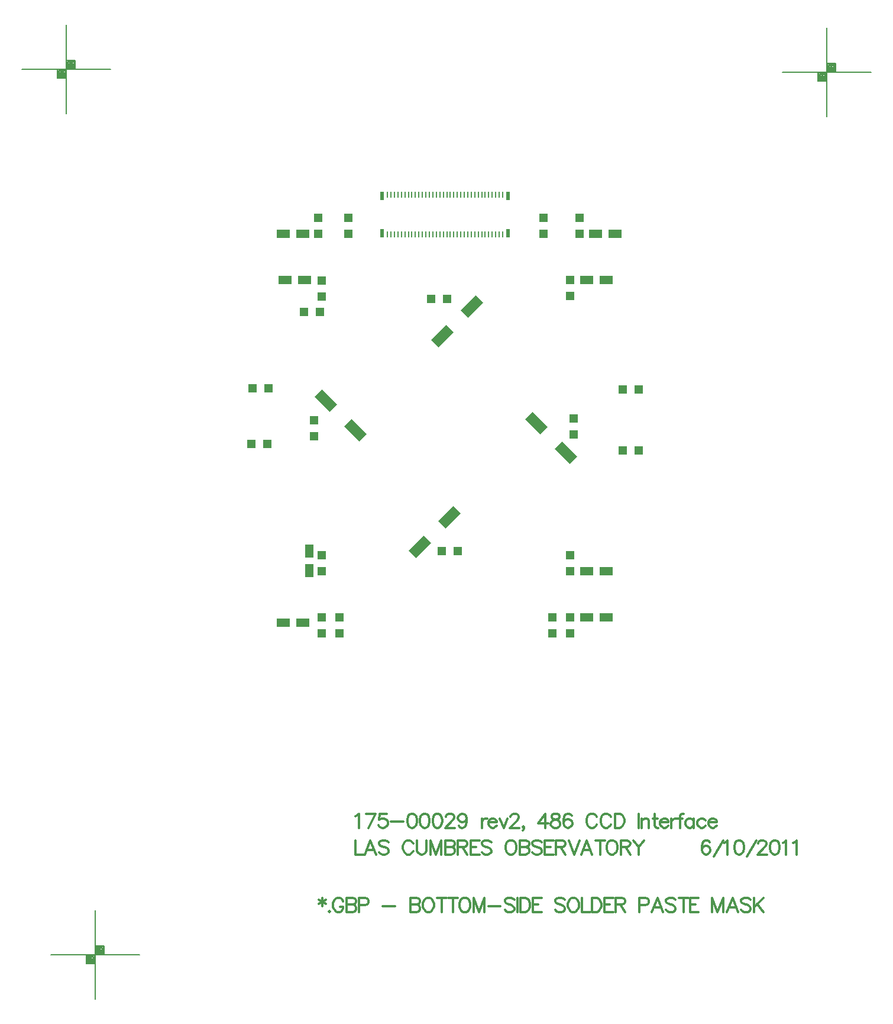
<source format=gbp>
%FSLAX25Y25*%
%MOIN*%
G70*
G01*
G75*
G04 Layer_Color=128*
%ADD10C,0.01000*%
%ADD11C,0.00787*%
%ADD12C,0.00984*%
%ADD13C,0.00800*%
%ADD14C,0.01201*%
%ADD15C,0.01201*%
%ADD16C,0.01200*%
%ADD17P,0.05657X4X202.5*%
%ADD18C,0.04000*%
%ADD19C,0.07000*%
%ADD20R,0.07000X0.07000*%
%ADD21C,0.05512*%
%ADD22C,0.03543*%
%ADD23C,0.03937*%
%ADD24C,0.07087*%
%ADD25C,0.16929*%
%ADD26C,0.04724*%
%ADD27C,0.04807*%
%ADD28C,0.02400*%
%ADD29C,0.02000*%
%ADD30C,0.04000*%
%ADD31C,0.04500*%
%ADD32C,0.09874*%
%ADD33C,0.06000*%
G04:AMPARAMS|DCode=34|XSize=100mil|YSize=100mil|CornerRadius=0mil|HoleSize=0mil|Usage=FLASHONLY|Rotation=0.000|XOffset=0mil|YOffset=0mil|HoleType=Round|Shape=Relief|Width=10mil|Gap=10mil|Entries=4|*
%AMTHD34*
7,0,0,0.10000,0.08000,0.01000,45*
%
%ADD34THD34*%
%ADD35C,0.05347*%
%ADD36C,0.05543*%
%ADD37C,0.05937*%
%ADD38C,0.09087*%
%ADD39C,0.18929*%
%ADD40C,0.06921*%
%ADD41C,0.03000*%
G04:AMPARAMS|DCode=42|XSize=70mil|YSize=70mil|CornerRadius=0mil|HoleSize=0mil|Usage=FLASHONLY|Rotation=0.000|XOffset=0mil|YOffset=0mil|HoleType=Round|Shape=Relief|Width=10mil|Gap=10mil|Entries=4|*
%AMTHD42*
7,0,0,0.07000,0.05000,0.01000,45*
%
%ADD42THD42*%
%ADD43R,0.07800X0.04800*%
%ADD44R,0.05000X0.05000*%
G04:AMPARAMS|DCode=45|XSize=59.06mil|YSize=118.11mil|CornerRadius=0mil|HoleSize=0mil|Usage=FLASHONLY|Rotation=315.000|XOffset=0mil|YOffset=0mil|HoleType=Round|Shape=Rectangle|*
%AMROTATEDRECTD45*
4,1,4,-0.06264,-0.02088,0.02088,0.06264,0.06264,0.02088,-0.02088,-0.06264,-0.06264,-0.02088,0.0*
%
%ADD45ROTATEDRECTD45*%

%ADD46R,0.00984X0.03543*%
%ADD47R,0.02362X0.05118*%
%ADD48R,0.04800X0.07800*%
%ADD49R,0.05000X0.05000*%
G04:AMPARAMS|DCode=50|XSize=59.06mil|YSize=118.11mil|CornerRadius=0mil|HoleSize=0mil|Usage=FLASHONLY|Rotation=225.000|XOffset=0mil|YOffset=0mil|HoleType=Round|Shape=Rectangle|*
%AMROTATEDRECTD50*
4,1,4,-0.02088,0.06264,0.06264,-0.02088,0.02088,-0.06264,-0.06264,0.02088,-0.02088,0.06264,0.0*
%
%ADD50ROTATEDRECTD50*%

%ADD51C,0.03000*%
%ADD52C,0.00500*%
%ADD53C,0.00700*%
D13*
X-100500Y-173800D02*
X-50500D01*
X-75500Y-198800D02*
Y-148800D01*
X-70500Y-173800D02*
Y-168800D01*
X-75500D02*
X-70500D01*
X-80500Y-178800D02*
Y-173800D01*
Y-178800D02*
X-75500D01*
X-80000Y-174300D02*
X-76000D01*
X-80000Y-178300D02*
Y-174300D01*
Y-178300D02*
X-76000D01*
Y-174300D01*
X-79500Y-174800D02*
X-76500D01*
X-79500Y-177800D02*
Y-174800D01*
Y-177800D02*
X-76500D01*
Y-175300D01*
X-79000D02*
X-77000D01*
X-79000Y-177300D02*
Y-175300D01*
Y-177300D02*
X-77000D01*
Y-175800D01*
X-78500D02*
X-77500D01*
X-78500Y-176800D02*
Y-175800D01*
Y-176800D02*
X-77500D01*
Y-175800D01*
X-78500Y-176300D02*
X-77500D01*
X-75000Y-169300D02*
X-71000D01*
X-75000Y-173300D02*
Y-169300D01*
Y-173300D02*
X-71000D01*
Y-169300D01*
X-74500Y-169800D02*
X-71500D01*
X-74500Y-172800D02*
Y-169800D01*
Y-172800D02*
X-71500D01*
Y-170300D01*
X-74000D02*
X-72000D01*
X-74000Y-172300D02*
Y-170300D01*
Y-172300D02*
X-72000D01*
Y-170800D01*
X-73500D02*
X-72500D01*
X-73500Y-171800D02*
Y-170800D01*
Y-171800D02*
X-72500D01*
Y-170800D01*
X-73500Y-171300D02*
X-72500D01*
X-116900Y324700D02*
X-66900D01*
X-91900Y299700D02*
Y349700D01*
X-86900Y324700D02*
Y329700D01*
X-91900D02*
X-86900D01*
X-96900Y319700D02*
Y324700D01*
Y319700D02*
X-91900D01*
X-96400Y324200D02*
X-92400D01*
X-96400Y320200D02*
Y324200D01*
Y320200D02*
X-92400D01*
Y324200D01*
X-95900Y323700D02*
X-92900D01*
X-95900Y320700D02*
Y323700D01*
Y320700D02*
X-92900D01*
Y323200D01*
X-95400D02*
X-93400D01*
X-95400Y321200D02*
Y323200D01*
Y321200D02*
X-93400D01*
Y322700D01*
X-94900D02*
X-93900D01*
X-94900Y321700D02*
Y322700D01*
Y321700D02*
X-93900D01*
Y322700D01*
X-94900Y322200D02*
X-93900D01*
X-91400Y329200D02*
X-87400D01*
X-91400Y325200D02*
Y329200D01*
Y325200D02*
X-87400D01*
Y329200D01*
X-90900Y328700D02*
X-87900D01*
X-90900Y325700D02*
Y328700D01*
Y325700D02*
X-87900D01*
Y328200D01*
X-90400D02*
X-88400D01*
X-90400Y326200D02*
Y328200D01*
Y326200D02*
X-88400D01*
Y327700D01*
X-89900D02*
X-88900D01*
X-89900Y326700D02*
Y327700D01*
Y326700D02*
X-88900D01*
Y327700D01*
X-89900Y327200D02*
X-88900D01*
X311700Y323100D02*
X361700D01*
X336700Y298100D02*
Y348100D01*
X341700Y323100D02*
Y328100D01*
X336700D02*
X341700D01*
X331700Y318100D02*
Y323100D01*
Y318100D02*
X336700D01*
X332200Y322600D02*
X336200D01*
X332200Y318600D02*
Y322600D01*
Y318600D02*
X336200D01*
Y322600D01*
X332700Y322100D02*
X335700D01*
X332700Y319100D02*
Y322100D01*
Y319100D02*
X335700D01*
Y321600D01*
X333200D02*
X335200D01*
X333200Y319600D02*
Y321600D01*
Y319600D02*
X335200D01*
Y321100D01*
X333700D02*
X334700D01*
X333700Y320100D02*
Y321100D01*
Y320100D02*
X334700D01*
Y321100D01*
X333700Y320600D02*
X334700D01*
X337200Y327600D02*
X341200D01*
X337200Y323600D02*
Y327600D01*
Y323600D02*
X341200D01*
Y327600D01*
X337700Y327100D02*
X340700D01*
X337700Y324100D02*
Y327100D01*
Y324100D02*
X340700D01*
Y326600D01*
X338200D02*
X340200D01*
X338200Y324600D02*
Y326600D01*
Y324600D02*
X340200D01*
Y326100D01*
X338700D02*
X339700D01*
X338700Y325100D02*
Y326100D01*
Y325100D02*
X339700D01*
Y326100D01*
X338700Y325600D02*
X339700D01*
D15*
X71020Y-109455D02*
Y-117454D01*
X75590D01*
X82560D02*
X79513Y-109455D01*
X76466Y-117454D01*
X77609Y-114787D02*
X81417D01*
X89758Y-110598D02*
X88997Y-109836D01*
X87854Y-109455D01*
X86331D01*
X85188Y-109836D01*
X84426Y-110598D01*
Y-111360D01*
X84807Y-112121D01*
X85188Y-112502D01*
X85950Y-112883D01*
X88235Y-113645D01*
X88997Y-114026D01*
X89378Y-114407D01*
X89758Y-115168D01*
Y-116311D01*
X88997Y-117073D01*
X87854Y-117454D01*
X86331D01*
X85188Y-117073D01*
X84426Y-116311D01*
X103546Y-111360D02*
X103165Y-110598D01*
X102403Y-109836D01*
X101642Y-109455D01*
X100118D01*
X99356Y-109836D01*
X98595Y-110598D01*
X98214Y-111360D01*
X97833Y-112502D01*
Y-114407D01*
X98214Y-115549D01*
X98595Y-116311D01*
X99356Y-117073D01*
X100118Y-117454D01*
X101642D01*
X102403Y-117073D01*
X103165Y-116311D01*
X103546Y-115549D01*
X105793Y-109455D02*
Y-115168D01*
X106174Y-116311D01*
X106936Y-117073D01*
X108078Y-117454D01*
X108840D01*
X109983Y-117073D01*
X110745Y-116311D01*
X111125Y-115168D01*
Y-109455D01*
X113334D02*
Y-117454D01*
Y-109455D02*
X116381Y-117454D01*
X119428Y-109455D02*
X116381Y-117454D01*
X119428Y-109455D02*
Y-117454D01*
X121714Y-109455D02*
Y-117454D01*
Y-109455D02*
X125141D01*
X126284Y-109836D01*
X126665Y-110217D01*
X127046Y-110979D01*
Y-111741D01*
X126665Y-112502D01*
X126284Y-112883D01*
X125141Y-113264D01*
X121714D02*
X125141D01*
X126284Y-113645D01*
X126665Y-114026D01*
X127046Y-114787D01*
Y-115930D01*
X126665Y-116692D01*
X126284Y-117073D01*
X125141Y-117454D01*
X121714D01*
X128836Y-109455D02*
Y-117454D01*
Y-109455D02*
X132264D01*
X133406Y-109836D01*
X133787Y-110217D01*
X134168Y-110979D01*
Y-111741D01*
X133787Y-112502D01*
X133406Y-112883D01*
X132264Y-113264D01*
X128836D01*
X131502D02*
X134168Y-117454D01*
X140909Y-109455D02*
X135958D01*
Y-117454D01*
X140909D01*
X135958Y-113264D02*
X139005D01*
X147575Y-110598D02*
X146813Y-109836D01*
X145670Y-109455D01*
X144147D01*
X143004Y-109836D01*
X142243Y-110598D01*
Y-111360D01*
X142623Y-112121D01*
X143004Y-112502D01*
X143766Y-112883D01*
X146051Y-113645D01*
X146813Y-114026D01*
X147194Y-114407D01*
X147575Y-115168D01*
Y-116311D01*
X146813Y-117073D01*
X145670Y-117454D01*
X144147D01*
X143004Y-117073D01*
X142243Y-116311D01*
X157934Y-109455D02*
X157173Y-109836D01*
X156411Y-110598D01*
X156030Y-111360D01*
X155649Y-112502D01*
Y-114407D01*
X156030Y-115549D01*
X156411Y-116311D01*
X157173Y-117073D01*
X157934Y-117454D01*
X159458D01*
X160220Y-117073D01*
X160981Y-116311D01*
X161362Y-115549D01*
X161743Y-114407D01*
Y-112502D01*
X161362Y-111360D01*
X160981Y-110598D01*
X160220Y-109836D01*
X159458Y-109455D01*
X157934D01*
X163609D02*
Y-117454D01*
Y-109455D02*
X167037D01*
X168180Y-109836D01*
X168561Y-110217D01*
X168941Y-110979D01*
Y-111741D01*
X168561Y-112502D01*
X168180Y-112883D01*
X167037Y-113264D01*
X163609D02*
X167037D01*
X168180Y-113645D01*
X168561Y-114026D01*
X168941Y-114787D01*
Y-115930D01*
X168561Y-116692D01*
X168180Y-117073D01*
X167037Y-117454D01*
X163609D01*
X176064Y-110598D02*
X175302Y-109836D01*
X174160Y-109455D01*
X172636D01*
X171493Y-109836D01*
X170732Y-110598D01*
Y-111360D01*
X171113Y-112121D01*
X171493Y-112502D01*
X172255Y-112883D01*
X174540Y-113645D01*
X175302Y-114026D01*
X175683Y-114407D01*
X176064Y-115168D01*
Y-116311D01*
X175302Y-117073D01*
X174160Y-117454D01*
X172636D01*
X171493Y-117073D01*
X170732Y-116311D01*
X182805Y-109455D02*
X177854D01*
Y-117454D01*
X182805D01*
X177854Y-113264D02*
X180901D01*
X184138Y-109455D02*
Y-117454D01*
Y-109455D02*
X187566D01*
X188709Y-109836D01*
X189090Y-110217D01*
X189471Y-110979D01*
Y-111741D01*
X189090Y-112502D01*
X188709Y-112883D01*
X187566Y-113264D01*
X184138D01*
X186804D02*
X189471Y-117454D01*
X191261Y-109455D02*
X194307Y-117454D01*
X197354Y-109455D02*
X194307Y-117454D01*
X204477D02*
X201430Y-109455D01*
X198383Y-117454D01*
X199525Y-114787D02*
X203334D01*
X209009Y-109455D02*
Y-117454D01*
X206343Y-109455D02*
X211675D01*
X214913D02*
X214151Y-109836D01*
X213389Y-110598D01*
X213008Y-111360D01*
X212627Y-112502D01*
Y-114407D01*
X213008Y-115549D01*
X213389Y-116311D01*
X214151Y-117073D01*
X214913Y-117454D01*
X216436D01*
X217198Y-117073D01*
X217960Y-116311D01*
X218340Y-115549D01*
X218721Y-114407D01*
Y-112502D01*
X218340Y-111360D01*
X217960Y-110598D01*
X217198Y-109836D01*
X216436Y-109455D01*
X214913D01*
X220588D02*
Y-117454D01*
Y-109455D02*
X224015D01*
X225158Y-109836D01*
X225539Y-110217D01*
X225920Y-110979D01*
Y-111741D01*
X225539Y-112502D01*
X225158Y-112883D01*
X224015Y-113264D01*
X220588D01*
X223254D02*
X225920Y-117454D01*
X227710Y-109455D02*
X230757Y-113264D01*
Y-117454D01*
X233804Y-109455D02*
X230757Y-113264D01*
X270825Y-110598D02*
X270444Y-109836D01*
X269301Y-109455D01*
X268539D01*
X267397Y-109836D01*
X266635Y-110979D01*
X266254Y-112883D01*
Y-114787D01*
X266635Y-116311D01*
X267397Y-117073D01*
X268539Y-117454D01*
X268920D01*
X270063Y-117073D01*
X270825Y-116311D01*
X271205Y-115168D01*
Y-114787D01*
X270825Y-113645D01*
X270063Y-112883D01*
X268920Y-112502D01*
X268539D01*
X267397Y-112883D01*
X266635Y-113645D01*
X266254Y-114787D01*
X272957Y-118596D02*
X278290Y-109455D01*
X278823Y-110979D02*
X279585Y-110598D01*
X280727Y-109455D01*
Y-117454D01*
X286973Y-109455D02*
X285831Y-109836D01*
X285069Y-110979D01*
X284688Y-112883D01*
Y-114026D01*
X285069Y-115930D01*
X285831Y-117073D01*
X286973Y-117454D01*
X287735D01*
X288878Y-117073D01*
X289639Y-115930D01*
X290020Y-114026D01*
Y-112883D01*
X289639Y-110979D01*
X288878Y-109836D01*
X287735Y-109455D01*
X286973D01*
X291810Y-118596D02*
X297143Y-109455D01*
X298057Y-111360D02*
Y-110979D01*
X298438Y-110217D01*
X298818Y-109836D01*
X299580Y-109455D01*
X301104D01*
X301865Y-109836D01*
X302246Y-110217D01*
X302627Y-110979D01*
Y-111741D01*
X302246Y-112502D01*
X301485Y-113645D01*
X297676Y-117454D01*
X303008D01*
X307083Y-109455D02*
X305941Y-109836D01*
X305179Y-110979D01*
X304798Y-112883D01*
Y-114026D01*
X305179Y-115930D01*
X305941Y-117073D01*
X307083Y-117454D01*
X307845D01*
X308988Y-117073D01*
X309750Y-115930D01*
X310130Y-114026D01*
Y-112883D01*
X309750Y-110979D01*
X308988Y-109836D01*
X307845Y-109455D01*
X307083D01*
X311920Y-110979D02*
X312682Y-110598D01*
X313825Y-109455D01*
Y-117454D01*
X317786Y-110979D02*
X318548Y-110598D01*
X319690Y-109455D01*
Y-117454D01*
D16*
X52397Y-141903D02*
Y-146474D01*
X50492Y-143046D02*
X54301Y-145331D01*
Y-143046D02*
X50492Y-145331D01*
X56319Y-149140D02*
X55939Y-149521D01*
X56319Y-149902D01*
X56700Y-149521D01*
X56319Y-149140D01*
X64165Y-143808D02*
X63784Y-143046D01*
X63023Y-142284D01*
X62261Y-141903D01*
X60738D01*
X59976Y-142284D01*
X59214Y-143046D01*
X58833Y-143808D01*
X58452Y-144950D01*
Y-146855D01*
X58833Y-147997D01*
X59214Y-148759D01*
X59976Y-149521D01*
X60738Y-149902D01*
X62261D01*
X63023Y-149521D01*
X63784Y-148759D01*
X64165Y-147997D01*
Y-146855D01*
X62261D02*
X64165D01*
X65994Y-141903D02*
Y-149902D01*
Y-141903D02*
X69421D01*
X70564Y-142284D01*
X70945Y-142665D01*
X71326Y-143427D01*
Y-144188D01*
X70945Y-144950D01*
X70564Y-145331D01*
X69421Y-145712D01*
X65994D02*
X69421D01*
X70564Y-146093D01*
X70945Y-146474D01*
X71326Y-147236D01*
Y-148378D01*
X70945Y-149140D01*
X70564Y-149521D01*
X69421Y-149902D01*
X65994D01*
X73116Y-146093D02*
X76544D01*
X77686Y-145712D01*
X78067Y-145331D01*
X78448Y-144569D01*
Y-143427D01*
X78067Y-142665D01*
X77686Y-142284D01*
X76544Y-141903D01*
X73116D01*
Y-149902D01*
X86523Y-146474D02*
X93378D01*
X102024Y-141903D02*
Y-149902D01*
Y-141903D02*
X105452D01*
X106594Y-142284D01*
X106975Y-142665D01*
X107356Y-143427D01*
Y-144188D01*
X106975Y-144950D01*
X106594Y-145331D01*
X105452Y-145712D01*
X102024D02*
X105452D01*
X106594Y-146093D01*
X106975Y-146474D01*
X107356Y-147236D01*
Y-148378D01*
X106975Y-149140D01*
X106594Y-149521D01*
X105452Y-149902D01*
X102024D01*
X111431Y-141903D02*
X110670Y-142284D01*
X109908Y-143046D01*
X109527Y-143808D01*
X109146Y-144950D01*
Y-146855D01*
X109527Y-147997D01*
X109908Y-148759D01*
X110670Y-149521D01*
X111431Y-149902D01*
X112955D01*
X113717Y-149521D01*
X114478Y-148759D01*
X114859Y-147997D01*
X115240Y-146855D01*
Y-144950D01*
X114859Y-143808D01*
X114478Y-143046D01*
X113717Y-142284D01*
X112955Y-141903D01*
X111431D01*
X119773D02*
Y-149902D01*
X117106Y-141903D02*
X122439D01*
X126057D02*
Y-149902D01*
X123391Y-141903D02*
X128723D01*
X131960D02*
X131199Y-142284D01*
X130437Y-143046D01*
X130056Y-143808D01*
X129675Y-144950D01*
Y-146855D01*
X130056Y-147997D01*
X130437Y-148759D01*
X131199Y-149521D01*
X131960Y-149902D01*
X133484D01*
X134246Y-149521D01*
X135007Y-148759D01*
X135388Y-147997D01*
X135769Y-146855D01*
Y-144950D01*
X135388Y-143808D01*
X135007Y-143046D01*
X134246Y-142284D01*
X133484Y-141903D01*
X131960D01*
X137635D02*
Y-149902D01*
Y-141903D02*
X140682Y-149902D01*
X143729Y-141903D02*
X140682Y-149902D01*
X143729Y-141903D02*
Y-149902D01*
X146014Y-146474D02*
X152870D01*
X160564Y-143046D02*
X159802Y-142284D01*
X158659Y-141903D01*
X157136D01*
X155993Y-142284D01*
X155232Y-143046D01*
Y-143808D01*
X155613Y-144569D01*
X155993Y-144950D01*
X156755Y-145331D01*
X159040Y-146093D01*
X159802Y-146474D01*
X160183Y-146855D01*
X160564Y-147616D01*
Y-148759D01*
X159802Y-149521D01*
X158659Y-149902D01*
X157136D01*
X155993Y-149521D01*
X155232Y-148759D01*
X162354Y-141903D02*
Y-149902D01*
X164030Y-141903D02*
Y-149902D01*
Y-141903D02*
X166696D01*
X167838Y-142284D01*
X168600Y-143046D01*
X168981Y-143808D01*
X169362Y-144950D01*
Y-146855D01*
X168981Y-147997D01*
X168600Y-148759D01*
X167838Y-149521D01*
X166696Y-149902D01*
X164030D01*
X176103Y-141903D02*
X171152D01*
Y-149902D01*
X176103D01*
X171152Y-145712D02*
X174199D01*
X189053Y-143046D02*
X188291Y-142284D01*
X187149Y-141903D01*
X185625D01*
X184483Y-142284D01*
X183721Y-143046D01*
Y-143808D01*
X184102Y-144569D01*
X184483Y-144950D01*
X185244Y-145331D01*
X187529Y-146093D01*
X188291Y-146474D01*
X188672Y-146855D01*
X189053Y-147616D01*
Y-148759D01*
X188291Y-149521D01*
X187149Y-149902D01*
X185625D01*
X184483Y-149521D01*
X183721Y-148759D01*
X193128Y-141903D02*
X192367Y-142284D01*
X191605Y-143046D01*
X191224Y-143808D01*
X190843Y-144950D01*
Y-146855D01*
X191224Y-147997D01*
X191605Y-148759D01*
X192367Y-149521D01*
X193128Y-149902D01*
X194652D01*
X195413Y-149521D01*
X196175Y-148759D01*
X196556Y-147997D01*
X196937Y-146855D01*
Y-144950D01*
X196556Y-143808D01*
X196175Y-143046D01*
X195413Y-142284D01*
X194652Y-141903D01*
X193128D01*
X198803D02*
Y-149902D01*
X203374D01*
X204250Y-141903D02*
Y-149902D01*
Y-141903D02*
X206916D01*
X208058Y-142284D01*
X208820Y-143046D01*
X209201Y-143808D01*
X209582Y-144950D01*
Y-146855D01*
X209201Y-147997D01*
X208820Y-148759D01*
X208058Y-149521D01*
X206916Y-149902D01*
X204250D01*
X216323Y-141903D02*
X211372D01*
Y-149902D01*
X216323D01*
X211372Y-145712D02*
X214419D01*
X217656Y-141903D02*
Y-149902D01*
Y-141903D02*
X221084D01*
X222227Y-142284D01*
X222608Y-142665D01*
X222989Y-143427D01*
Y-144188D01*
X222608Y-144950D01*
X222227Y-145331D01*
X221084Y-145712D01*
X217656D01*
X220322D02*
X222989Y-149902D01*
X231063Y-146093D02*
X234491D01*
X235633Y-145712D01*
X236014Y-145331D01*
X236395Y-144569D01*
Y-143427D01*
X236014Y-142665D01*
X235633Y-142284D01*
X234491Y-141903D01*
X231063D01*
Y-149902D01*
X244279D02*
X241232Y-141903D01*
X238185Y-149902D01*
X239328Y-147236D02*
X243137D01*
X251478Y-143046D02*
X250716Y-142284D01*
X249573Y-141903D01*
X248050D01*
X246907Y-142284D01*
X246145Y-143046D01*
Y-143808D01*
X246526Y-144569D01*
X246907Y-144950D01*
X247669Y-145331D01*
X249954Y-146093D01*
X250716Y-146474D01*
X251097Y-146855D01*
X251478Y-147616D01*
Y-148759D01*
X250716Y-149521D01*
X249573Y-149902D01*
X248050D01*
X246907Y-149521D01*
X246145Y-148759D01*
X255934Y-141903D02*
Y-149902D01*
X253268Y-141903D02*
X258600D01*
X264503D02*
X259552D01*
Y-149902D01*
X264503D01*
X259552Y-145712D02*
X262599D01*
X272121Y-141903D02*
Y-149902D01*
Y-141903D02*
X275168Y-149902D01*
X278215Y-141903D02*
X275168Y-149902D01*
X278215Y-141903D02*
Y-149902D01*
X286594D02*
X283547Y-141903D01*
X280500Y-149902D01*
X281643Y-147236D02*
X285451D01*
X293792Y-143046D02*
X293031Y-142284D01*
X291888Y-141903D01*
X290365D01*
X289222Y-142284D01*
X288460Y-143046D01*
Y-143808D01*
X288841Y-144569D01*
X289222Y-144950D01*
X289984Y-145331D01*
X292269Y-146093D01*
X293031Y-146474D01*
X293411Y-146855D01*
X293792Y-147616D01*
Y-148759D01*
X293031Y-149521D01*
X291888Y-149902D01*
X290365D01*
X289222Y-149521D01*
X288460Y-148759D01*
X295583Y-141903D02*
Y-149902D01*
X300915Y-141903D02*
X295583Y-147236D01*
X297487Y-145331D02*
X300915Y-149902D01*
X71020Y-95977D02*
X71781Y-95596D01*
X72924Y-94454D01*
Y-102452D01*
X82217Y-94454D02*
X78409Y-102452D01*
X76885Y-94454D02*
X82217D01*
X88578D02*
X84769D01*
X84388Y-97882D01*
X84769Y-97501D01*
X85912Y-97120D01*
X87054D01*
X88197Y-97501D01*
X88959Y-98262D01*
X89340Y-99405D01*
Y-100167D01*
X88959Y-101309D01*
X88197Y-102071D01*
X87054Y-102452D01*
X85912D01*
X84769Y-102071D01*
X84388Y-101690D01*
X84007Y-100928D01*
X91130Y-99024D02*
X97985D01*
X102632Y-94454D02*
X101489Y-94835D01*
X100728Y-95977D01*
X100347Y-97882D01*
Y-99024D01*
X100728Y-100928D01*
X101489Y-102071D01*
X102632Y-102452D01*
X103394D01*
X104536Y-102071D01*
X105298Y-100928D01*
X105679Y-99024D01*
Y-97882D01*
X105298Y-95977D01*
X104536Y-94835D01*
X103394Y-94454D01*
X102632D01*
X109754D02*
X108612Y-94835D01*
X107850Y-95977D01*
X107469Y-97882D01*
Y-99024D01*
X107850Y-100928D01*
X108612Y-102071D01*
X109754Y-102452D01*
X110516D01*
X111659Y-102071D01*
X112420Y-100928D01*
X112801Y-99024D01*
Y-97882D01*
X112420Y-95977D01*
X111659Y-94835D01*
X110516Y-94454D01*
X109754D01*
X116876D02*
X115734Y-94835D01*
X114972Y-95977D01*
X114591Y-97882D01*
Y-99024D01*
X114972Y-100928D01*
X115734Y-102071D01*
X116876Y-102452D01*
X117638D01*
X118781Y-102071D01*
X119543Y-100928D01*
X119923Y-99024D01*
Y-97882D01*
X119543Y-95977D01*
X118781Y-94835D01*
X117638Y-94454D01*
X116876D01*
X122094Y-96358D02*
Y-95977D01*
X122475Y-95215D01*
X122856Y-94835D01*
X123618Y-94454D01*
X125141D01*
X125903Y-94835D01*
X126284Y-95215D01*
X126665Y-95977D01*
Y-96739D01*
X126284Y-97501D01*
X125522Y-98643D01*
X121714Y-102452D01*
X127046D01*
X133787Y-97120D02*
X133406Y-98262D01*
X132644Y-99024D01*
X131502Y-99405D01*
X131121D01*
X129978Y-99024D01*
X129217Y-98262D01*
X128836Y-97120D01*
Y-96739D01*
X129217Y-95596D01*
X129978Y-94835D01*
X131121Y-94454D01*
X131502D01*
X132644Y-94835D01*
X133406Y-95596D01*
X133787Y-97120D01*
Y-99024D01*
X133406Y-100928D01*
X132644Y-102071D01*
X131502Y-102452D01*
X130740D01*
X129598Y-102071D01*
X129217Y-101309D01*
X142243Y-97120D02*
Y-102452D01*
Y-99405D02*
X142623Y-98262D01*
X143385Y-97501D01*
X144147Y-97120D01*
X145290D01*
X146013Y-99405D02*
X150584D01*
Y-98643D01*
X150203Y-97882D01*
X149822Y-97501D01*
X149060Y-97120D01*
X147917D01*
X147156Y-97501D01*
X146394Y-98262D01*
X146013Y-99405D01*
Y-100167D01*
X146394Y-101309D01*
X147156Y-102071D01*
X147917Y-102452D01*
X149060D01*
X149822Y-102071D01*
X150584Y-101309D01*
X152297Y-97120D02*
X154583Y-102452D01*
X156868Y-97120D02*
X154583Y-102452D01*
X158544Y-96358D02*
Y-95977D01*
X158925Y-95215D01*
X159306Y-94835D01*
X160067Y-94454D01*
X161591D01*
X162353Y-94835D01*
X162733Y-95215D01*
X163114Y-95977D01*
Y-96739D01*
X162733Y-97501D01*
X161972Y-98643D01*
X158163Y-102452D01*
X163495D01*
X166047Y-102071D02*
X165666Y-102452D01*
X165285Y-102071D01*
X165666Y-101690D01*
X166047Y-102071D01*
Y-102833D01*
X165666Y-103595D01*
X165285Y-103975D01*
X177892Y-94454D02*
X174083Y-99786D01*
X179796D01*
X177892Y-94454D02*
Y-102452D01*
X183110Y-94454D02*
X181967Y-94835D01*
X181586Y-95596D01*
Y-96358D01*
X181967Y-97120D01*
X182729Y-97501D01*
X184253Y-97882D01*
X185395Y-98262D01*
X186157Y-99024D01*
X186538Y-99786D01*
Y-100928D01*
X186157Y-101690D01*
X185776Y-102071D01*
X184633Y-102452D01*
X183110D01*
X181967Y-102071D01*
X181586Y-101690D01*
X181206Y-100928D01*
Y-99786D01*
X181586Y-99024D01*
X182348Y-98262D01*
X183491Y-97882D01*
X185014Y-97501D01*
X185776Y-97120D01*
X186157Y-96358D01*
Y-95596D01*
X185776Y-94835D01*
X184633Y-94454D01*
X183110D01*
X192898Y-95596D02*
X192517Y-94835D01*
X191375Y-94454D01*
X190613D01*
X189471Y-94835D01*
X188709Y-95977D01*
X188328Y-97882D01*
Y-99786D01*
X188709Y-101309D01*
X189471Y-102071D01*
X190613Y-102452D01*
X190994D01*
X192137Y-102071D01*
X192898Y-101309D01*
X193279Y-100167D01*
Y-99786D01*
X192898Y-98643D01*
X192137Y-97882D01*
X190994Y-97501D01*
X190613D01*
X189471Y-97882D01*
X188709Y-98643D01*
X188328Y-99786D01*
X207029Y-96358D02*
X206648Y-95596D01*
X205886Y-94835D01*
X205124Y-94454D01*
X203601D01*
X202839Y-94835D01*
X202077Y-95596D01*
X201696Y-96358D01*
X201315Y-97501D01*
Y-99405D01*
X201696Y-100548D01*
X202077Y-101309D01*
X202839Y-102071D01*
X203601Y-102452D01*
X205124D01*
X205886Y-102071D01*
X206648Y-101309D01*
X207029Y-100548D01*
X214989Y-96358D02*
X214608Y-95596D01*
X213846Y-94835D01*
X213085Y-94454D01*
X211561D01*
X210799Y-94835D01*
X210037Y-95596D01*
X209657Y-96358D01*
X209276Y-97501D01*
Y-99405D01*
X209657Y-100548D01*
X210037Y-101309D01*
X210799Y-102071D01*
X211561Y-102452D01*
X213085D01*
X213846Y-102071D01*
X214608Y-101309D01*
X214989Y-100548D01*
X217236Y-94454D02*
Y-102452D01*
Y-94454D02*
X219902D01*
X221045Y-94835D01*
X221806Y-95596D01*
X222187Y-96358D01*
X222568Y-97501D01*
Y-99405D01*
X222187Y-100548D01*
X221806Y-101309D01*
X221045Y-102071D01*
X219902Y-102452D01*
X217236D01*
X230643Y-94454D02*
Y-102452D01*
X232318Y-97120D02*
Y-102452D01*
Y-98643D02*
X233461Y-97501D01*
X234223Y-97120D01*
X235365D01*
X236127Y-97501D01*
X236508Y-98643D01*
Y-102452D01*
X239745Y-94454D02*
Y-100928D01*
X240126Y-102071D01*
X240888Y-102452D01*
X241650D01*
X238603Y-97120D02*
X241269D01*
X242792Y-99405D02*
X247363D01*
Y-98643D01*
X246982Y-97882D01*
X246601Y-97501D01*
X245839Y-97120D01*
X244697D01*
X243935Y-97501D01*
X243173Y-98262D01*
X242792Y-99405D01*
Y-100167D01*
X243173Y-101309D01*
X243935Y-102071D01*
X244697Y-102452D01*
X245839D01*
X246601Y-102071D01*
X247363Y-101309D01*
X249077Y-97120D02*
Y-102452D01*
Y-99405D02*
X249458Y-98262D01*
X250219Y-97501D01*
X250981Y-97120D01*
X252124D01*
X255894Y-94454D02*
X255133D01*
X254371Y-94835D01*
X253990Y-95977D01*
Y-102452D01*
X252847Y-97120D02*
X255514D01*
X261607D02*
Y-102452D01*
Y-98262D02*
X260846Y-97501D01*
X260084Y-97120D01*
X258941D01*
X258180Y-97501D01*
X257418Y-98262D01*
X257037Y-99405D01*
Y-100167D01*
X257418Y-101309D01*
X258180Y-102071D01*
X258941Y-102452D01*
X260084D01*
X260846Y-102071D01*
X261607Y-101309D01*
X268311Y-98262D02*
X267549Y-97501D01*
X266787Y-97120D01*
X265645D01*
X264883Y-97501D01*
X264121Y-98262D01*
X263740Y-99405D01*
Y-100167D01*
X264121Y-101309D01*
X264883Y-102071D01*
X265645Y-102452D01*
X266787D01*
X267549Y-102071D01*
X268311Y-101309D01*
X270025Y-99405D02*
X274595D01*
Y-98643D01*
X274214Y-97882D01*
X273833Y-97501D01*
X273072Y-97120D01*
X271929D01*
X271167Y-97501D01*
X270406Y-98262D01*
X270025Y-99405D01*
Y-100167D01*
X270406Y-101309D01*
X271167Y-102071D01*
X271929Y-102452D01*
X273072D01*
X273833Y-102071D01*
X274595Y-101309D01*
D43*
X41500Y13000D02*
D03*
X30500D02*
D03*
X42500Y206000D02*
D03*
X31500D02*
D03*
X201500D02*
D03*
X212500D02*
D03*
X201500Y42000D02*
D03*
X212500D02*
D03*
X41500Y232000D02*
D03*
X30500D02*
D03*
X206500D02*
D03*
X217500D02*
D03*
X201500Y16000D02*
D03*
X212500D02*
D03*
D44*
X21300Y113700D02*
D03*
X12300D02*
D03*
X51200Y187900D02*
D03*
X42200D02*
D03*
X128547Y53425D02*
D03*
X119547D02*
D03*
X113547Y195425D02*
D03*
X122547D02*
D03*
X221800Y144400D02*
D03*
X230800D02*
D03*
X221800Y109900D02*
D03*
X230800D02*
D03*
X22000Y145200D02*
D03*
X13000D02*
D03*
D45*
X120131Y174402D02*
D03*
X136834Y191106D02*
D03*
X123964Y72448D02*
D03*
X107261Y55745D02*
D03*
D46*
X89083Y254134D02*
D03*
X91051D02*
D03*
X93020D02*
D03*
X94988D02*
D03*
X96957D02*
D03*
X98925D02*
D03*
X100894D02*
D03*
X102862D02*
D03*
X104831D02*
D03*
X106799D02*
D03*
X108768D02*
D03*
X110736D02*
D03*
X112705D02*
D03*
X114673D02*
D03*
X116642D02*
D03*
X118610D02*
D03*
X120579D02*
D03*
X122547D02*
D03*
X124516D02*
D03*
X126484D02*
D03*
X128453D02*
D03*
X130421D02*
D03*
X132390D02*
D03*
X134358D02*
D03*
X136327D02*
D03*
X138295D02*
D03*
X140264D02*
D03*
X142232D02*
D03*
X144201D02*
D03*
X146169D02*
D03*
X148138D02*
D03*
X150106D02*
D03*
X152075D02*
D03*
X154043D02*
D03*
D03*
X89083Y231693D02*
D03*
X91051D02*
D03*
X93020D02*
D03*
X94988D02*
D03*
X96957D02*
D03*
X98925D02*
D03*
X100894D02*
D03*
X102862D02*
D03*
X104831D02*
D03*
X106799D02*
D03*
X108768D02*
D03*
X110736D02*
D03*
X112705D02*
D03*
X114673D02*
D03*
X116642D02*
D03*
X118610D02*
D03*
X120579D02*
D03*
X122547D02*
D03*
X124516D02*
D03*
X126484D02*
D03*
X128453D02*
D03*
X130421D02*
D03*
X132390D02*
D03*
X134358D02*
D03*
X136327D02*
D03*
X138295D02*
D03*
X140264D02*
D03*
X142232D02*
D03*
X144201D02*
D03*
X146169D02*
D03*
X148138D02*
D03*
X150106D02*
D03*
X152075D02*
D03*
X154043D02*
D03*
D47*
X156996Y232480D02*
D03*
Y253346D02*
D03*
X86130D02*
D03*
Y232480D02*
D03*
D48*
X45000Y42500D02*
D03*
Y53500D02*
D03*
D49*
X52000Y205600D02*
D03*
Y196600D02*
D03*
X67047Y231925D02*
D03*
Y240925D02*
D03*
X192047Y205925D02*
D03*
Y196925D02*
D03*
Y41925D02*
D03*
Y50925D02*
D03*
X52047Y41925D02*
D03*
Y50925D02*
D03*
X177047Y231925D02*
D03*
Y240925D02*
D03*
X182047Y15925D02*
D03*
Y6925D02*
D03*
X62047Y15925D02*
D03*
Y6925D02*
D03*
X50047Y231925D02*
D03*
Y240925D02*
D03*
X197400Y231900D02*
D03*
Y240900D02*
D03*
X192047Y15925D02*
D03*
Y6925D02*
D03*
X52047Y15925D02*
D03*
Y6925D02*
D03*
X194047Y127925D02*
D03*
Y118925D02*
D03*
X47547Y117925D02*
D03*
Y126925D02*
D03*
D50*
X173024Y125342D02*
D03*
X189728Y108639D02*
D03*
X71070Y121509D02*
D03*
X54367Y138212D02*
D03*
M02*

</source>
